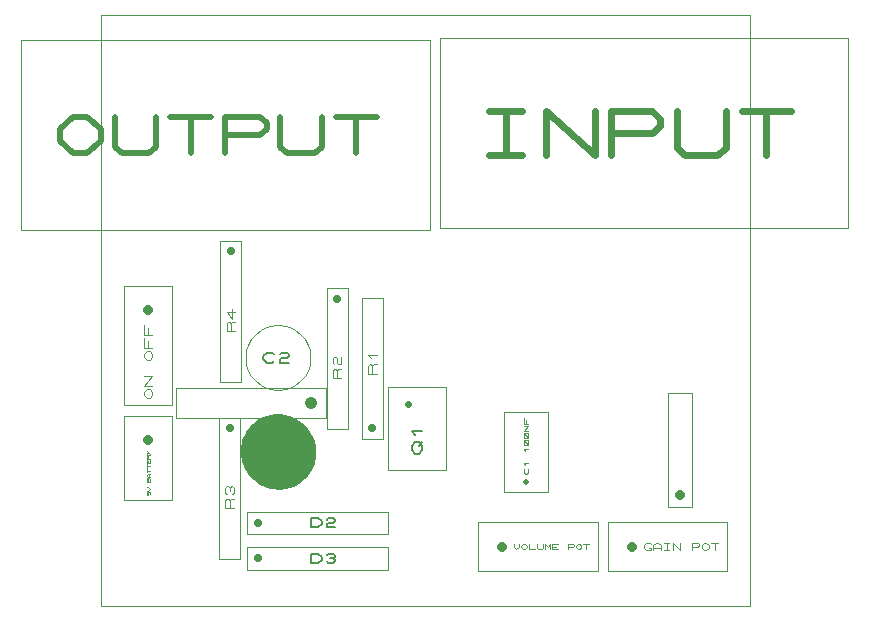
<source format=gbr>
G04 PROTEUS GERBER X2 FILE*
%TF.GenerationSoftware,Labcenter,Proteus,8.17-SP2-Build37159*%
%TF.CreationDate,2025-08-15T22:28:22+00:00*%
%TF.FileFunction,AssemblyDrawing,Top*%
%TF.FilePolarity,Positive*%
%TF.Part,Single*%
%TF.SameCoordinates,{0e15ee55-a332-4318-b2cf-7b0c010742ed}*%
%FSLAX45Y45*%
%MOMM*%
G01*
%TA.AperFunction,Profile*%
%ADD20C,0.101600*%
%TA.AperFunction,Material*%
%ADD21C,0.101600*%
%ADD34C,0.711200*%
%ADD35C,0.117340*%
%ADD36C,0.609600*%
%ADD37C,0.139700*%
%ADD38C,0.128010*%
%ADD39C,0.025400*%
%ADD40C,0.604000*%
%ADD41C,0.066040*%
%ADD42C,0.050000*%
%ADD43C,0.142830*%
%ADD44C,0.488000*%
%ADD45C,0.067520*%
%ADD46C,0.613460*%
%ADD47C,0.519270*%
%ADD48C,0.812800*%
%ADD49C,0.072990*%
%ADD50C,0.090630*%
%ADD51C,0.042990*%
%ADD52C,0.119630*%
%ADD53C,1.016000*%
%TD.AperFunction*%
%TA.AperFunction,Material*%
G36*
X+1488000Y+990000D02*
X+1472000Y+992000D01*
X+1455000Y+994000D01*
X+1439000Y+997000D01*
X+1407000Y+1005000D01*
X+1391000Y+1011000D01*
X+1376000Y+1017000D01*
X+1361000Y+1024000D01*
X+1347000Y+1032000D01*
X+1332000Y+1040000D01*
X+1319000Y+1049810D01*
X+1306000Y+1060000D01*
X+1293000Y+1071000D01*
X+1281000Y+1082000D01*
X+1269000Y+1094000D01*
X+1258000Y+1106198D01*
X+1248000Y+1119000D01*
X+1230000Y+1147000D01*
X+1222000Y+1161000D01*
X+1214000Y+1176000D01*
X+1208000Y+1191288D01*
X+1202000Y+1207000D01*
X+1197000Y+1223000D01*
X+1193000Y+1239000D01*
X+1187000Y+1271000D01*
X+1185000Y+1305000D01*
X+1185000Y+1321000D01*
X+1186000Y+1337000D01*
X+1188088Y+1354000D01*
X+1191000Y+1370000D01*
X+1194000Y+1386000D01*
X+1199000Y+1402000D01*
X+1204090Y+1417000D01*
X+1210000Y+1433000D01*
X+1217000Y+1447000D01*
X+1225000Y+1462000D01*
X+1233000Y+1476000D01*
X+1242000Y+1490000D01*
X+1252096Y+1502692D01*
X+1263000Y+1515000D01*
X+1274000Y+1527000D01*
X+1286000Y+1539000D01*
X+1298000Y+1550000D01*
X+1311000Y+1560000D01*
X+1324000Y+1569000D01*
X+1338000Y+1578000D01*
X+1353000Y+1585496D01*
X+1367000Y+1592608D01*
X+1383000Y+1599000D01*
X+1398000Y+1604000D01*
X+1414000Y+1609000D01*
X+1430000Y+1613000D01*
X+1445898Y+1616000D01*
X+1462000Y+1618000D01*
X+1479000Y+1620000D01*
X+1512000Y+1620000D01*
X+1528702Y+1618000D01*
X+1545000Y+1616000D01*
X+1562000Y+1613000D01*
X+1579000Y+1609000D01*
X+1595000Y+1604000D01*
X+1611000Y+1598000D01*
X+1626000Y+1592000D01*
X+1642000Y+1584000D01*
X+1656000Y+1576000D01*
X+1671000Y+1567000D01*
X+1685000Y+1558000D01*
X+1711000Y+1536000D01*
X+1723000Y+1524000D01*
X+1734696Y+1512000D01*
X+1745000Y+1499000D01*
X+1756000Y+1485000D01*
X+1774000Y+1457000D01*
X+1782000Y+1442000D01*
X+1789000Y+1426000D01*
X+1795000Y+1411000D01*
X+1801000Y+1395000D01*
X+1805000Y+1378000D01*
X+1809000Y+1362000D01*
X+1812000Y+1345000D01*
X+1814000Y+1328000D01*
X+1814706Y+1311000D01*
X+1815000Y+1295000D01*
X+1814000Y+1278410D01*
X+1813000Y+1262408D01*
X+1810000Y+1247000D01*
X+1807000Y+1231000D01*
X+1803000Y+1215000D01*
X+1793000Y+1185000D01*
X+1786512Y+1170206D01*
X+1779400Y+1156000D01*
X+1772000Y+1142000D01*
X+1763000Y+1128000D01*
X+1754000Y+1115088D01*
X+1744000Y+1102000D01*
X+1733000Y+1090000D01*
X+1722000Y+1079000D01*
X+1710000Y+1068000D01*
X+1698000Y+1058000D01*
X+1685000Y+1048000D01*
X+1672000Y+1038888D01*
X+1658000Y+1031000D01*
X+1644000Y+1023000D01*
X+1630000Y+1016000D01*
X+1615000Y+1010000D01*
X+1600000Y+1005000D01*
X+1584000Y+1000000D01*
X+1569000Y+997000D01*
X+1553000Y+994000D01*
X+1521000Y+990000D01*
X+1488000Y+990000D01*
G37*
%TD.AperFunction*%
D20*
X+0Y+0D02*
X+5500000Y+0D01*
X+5500000Y+5000000D01*
X+0Y+0D02*
X+0Y+5000000D01*
X+5500000Y+5000000D01*
D21*
X+1001600Y+395100D02*
X+1179400Y+395100D01*
X+1179400Y+1588900D01*
X+1001600Y+1588900D01*
X+1001600Y+395100D01*
D34*
X+1090500Y+1500000D02*
X+1090500Y+1500000D01*
D35*
X+1125704Y+824158D02*
X+1055296Y+824158D01*
X+1055296Y+890165D01*
X+1067031Y+903367D01*
X+1078765Y+903367D01*
X+1090500Y+890165D01*
X+1090500Y+824158D01*
X+1090500Y+890165D02*
X+1102235Y+903367D01*
X+1125704Y+903367D01*
X+1067031Y+942971D02*
X+1055296Y+956173D01*
X+1055296Y+995777D01*
X+1067031Y+1008979D01*
X+1078765Y+1008979D01*
X+1090500Y+995777D01*
X+1102235Y+1008979D01*
X+1113969Y+1008979D01*
X+1125704Y+995777D01*
X+1125704Y+956173D01*
X+1113969Y+942971D01*
X+1090500Y+969374D02*
X+1090500Y+995777D01*
D21*
X+1911100Y+1495100D02*
X+2088900Y+1495100D01*
X+2088900Y+2688900D01*
X+1911100Y+2688900D01*
X+1911100Y+1495100D01*
D34*
X+2000000Y+2600000D02*
X+2000000Y+2600000D01*
D35*
X+2035204Y+1924158D02*
X+1964796Y+1924158D01*
X+1964796Y+1990165D01*
X+1976531Y+2003367D01*
X+1988265Y+2003367D01*
X+2000000Y+1990165D01*
X+2000000Y+1924158D01*
X+2000000Y+1990165D02*
X+2011735Y+2003367D01*
X+2035204Y+2003367D01*
X+1976531Y+2042971D02*
X+1964796Y+2056173D01*
X+1964796Y+2095777D01*
X+1976531Y+2108979D01*
X+1988265Y+2108979D01*
X+2000000Y+2095777D01*
X+2000000Y+2056173D01*
X+2011735Y+2042971D01*
X+2035204Y+2042971D01*
X+2035204Y+2108979D01*
D21*
X+2211100Y+1411100D02*
X+2388900Y+1411100D01*
X+2388900Y+2604900D01*
X+2211100Y+2604900D01*
X+2211100Y+1411100D01*
D34*
X+2300000Y+1500000D02*
X+2300000Y+1500000D01*
D35*
X+2335204Y+1964618D02*
X+2264796Y+1964618D01*
X+2264796Y+2030625D01*
X+2276531Y+2043827D01*
X+2288265Y+2043827D01*
X+2300000Y+2030625D01*
X+2300000Y+1964618D01*
X+2300000Y+2030625D02*
X+2311735Y+2043827D01*
X+2335204Y+2043827D01*
X+2288265Y+2096633D02*
X+2264796Y+2123036D01*
X+2335204Y+2123036D01*
D21*
X+2429820Y+1152020D02*
X+2922580Y+1152020D01*
X+2922580Y+1847980D01*
X+2429820Y+1847980D01*
X+2429820Y+1152020D01*
D36*
X+2600000Y+1703200D02*
X+2600000Y+1703200D01*
D37*
X+2662230Y+1286640D02*
X+2634290Y+1318072D01*
X+2634290Y+1349505D01*
X+2662230Y+1380937D01*
X+2690170Y+1380937D01*
X+2718110Y+1349505D01*
X+2718110Y+1318072D01*
X+2690170Y+1286640D01*
X+2662230Y+1286640D01*
X+2690170Y+1349505D02*
X+2718110Y+1380937D01*
X+2662230Y+1443802D02*
X+2634290Y+1475235D01*
X+2718110Y+1475235D01*
D21*
X+1238100Y+303480D02*
X+2431900Y+303480D01*
X+2431900Y+496520D01*
X+1238100Y+496520D01*
X+1238100Y+303480D01*
D34*
X+1327000Y+400000D02*
X+1327000Y+400000D01*
D38*
X+1782017Y+361596D02*
X+1782017Y+438405D01*
X+1839623Y+438405D01*
X+1868426Y+412802D01*
X+1868426Y+387199D01*
X+1839623Y+361596D01*
X+1782017Y+361596D01*
X+1911631Y+425603D02*
X+1926033Y+438405D01*
X+1969238Y+438405D01*
X+1983639Y+425603D01*
X+1983639Y+412802D01*
X+1969238Y+400000D01*
X+1983639Y+387199D01*
X+1983639Y+374397D01*
X+1969238Y+361596D01*
X+1926033Y+361596D01*
X+1911631Y+374397D01*
X+1940434Y+400000D02*
X+1969238Y+400000D01*
D21*
X+1238100Y+603480D02*
X+2431900Y+603480D01*
X+2431900Y+796520D01*
X+1238100Y+796520D01*
X+1238100Y+603480D01*
D34*
X+1327000Y+700000D02*
X+1327000Y+700000D01*
D38*
X+1782017Y+661596D02*
X+1782017Y+738405D01*
X+1839623Y+738405D01*
X+1868426Y+712802D01*
X+1868426Y+687199D01*
X+1839623Y+661596D01*
X+1782017Y+661596D01*
X+1911631Y+725603D02*
X+1926033Y+738405D01*
X+1969238Y+738405D01*
X+1983639Y+725603D01*
X+1983639Y+712802D01*
X+1969238Y+700000D01*
X+1926033Y+700000D01*
X+1911631Y+687199D01*
X+1911631Y+661596D01*
X+1983639Y+661596D01*
D39*
X+1488000Y+990000D02*
X+1472000Y+992000D01*
X+1455000Y+994000D01*
X+1439000Y+997000D01*
X+1407000Y+1005000D01*
X+1391000Y+1011000D01*
X+1376000Y+1017000D01*
X+1361000Y+1024000D01*
X+1347000Y+1032000D01*
X+1332000Y+1040000D01*
X+1319000Y+1049810D01*
X+1306000Y+1060000D01*
X+1293000Y+1071000D01*
X+1281000Y+1082000D01*
X+1269000Y+1094000D01*
X+1258000Y+1106198D01*
X+1248000Y+1119000D01*
X+1230000Y+1147000D01*
X+1222000Y+1161000D01*
X+1214000Y+1176000D01*
X+1208000Y+1191288D01*
X+1202000Y+1207000D01*
X+1197000Y+1223000D01*
X+1193000Y+1239000D01*
X+1187000Y+1271000D01*
X+1185000Y+1305000D01*
X+1185000Y+1321000D01*
X+1186000Y+1337000D01*
X+1188088Y+1354000D01*
X+1191000Y+1370000D01*
X+1194000Y+1386000D01*
X+1199000Y+1402000D01*
X+1204090Y+1417000D01*
X+1210000Y+1433000D01*
X+1217000Y+1447000D01*
X+1225000Y+1462000D01*
X+1233000Y+1476000D01*
X+1242000Y+1490000D01*
X+1252096Y+1502692D01*
X+1263000Y+1515000D01*
X+1274000Y+1527000D01*
X+1286000Y+1539000D01*
X+1298000Y+1550000D01*
X+1311000Y+1560000D01*
X+1324000Y+1569000D01*
X+1338000Y+1578000D01*
X+1353000Y+1585496D01*
X+1367000Y+1592608D01*
X+1383000Y+1599000D01*
X+1398000Y+1604000D01*
X+1414000Y+1609000D01*
X+1430000Y+1613000D01*
X+1445898Y+1616000D01*
X+1462000Y+1618000D01*
X+1479000Y+1620000D01*
X+1512000Y+1620000D01*
X+1528702Y+1618000D01*
X+1545000Y+1616000D01*
X+1562000Y+1613000D01*
X+1579000Y+1609000D01*
X+1595000Y+1604000D01*
X+1611000Y+1598000D01*
X+1626000Y+1592000D01*
X+1642000Y+1584000D01*
X+1656000Y+1576000D01*
X+1671000Y+1567000D01*
X+1685000Y+1558000D01*
X+1711000Y+1536000D01*
X+1723000Y+1524000D01*
X+1734696Y+1512000D01*
X+1745000Y+1499000D01*
X+1756000Y+1485000D01*
X+1774000Y+1457000D01*
X+1782000Y+1442000D01*
X+1789000Y+1426000D01*
X+1795000Y+1411000D01*
X+1801000Y+1395000D01*
X+1805000Y+1378000D01*
X+1809000Y+1362000D01*
X+1812000Y+1345000D01*
X+1814000Y+1328000D01*
X+1814706Y+1311000D01*
X+1815000Y+1295000D01*
X+1814000Y+1278410D01*
X+1813000Y+1262408D01*
X+1810000Y+1247000D01*
X+1807000Y+1231000D01*
X+1803000Y+1215000D01*
X+1793000Y+1185000D01*
X+1786512Y+1170206D01*
X+1779400Y+1156000D01*
X+1772000Y+1142000D01*
X+1763000Y+1128000D01*
X+1754000Y+1115088D01*
X+1744000Y+1102000D01*
X+1733000Y+1090000D01*
X+1722000Y+1079000D01*
X+1710000Y+1068000D01*
X+1698000Y+1058000D01*
X+1685000Y+1048000D01*
X+1672000Y+1038888D01*
X+1658000Y+1031000D01*
X+1644000Y+1023000D01*
X+1630000Y+1016000D01*
X+1615000Y+1010000D01*
X+1600000Y+1005000D01*
X+1584000Y+1000000D01*
X+1569000Y+997000D01*
X+1553000Y+994000D01*
X+1521000Y+990000D01*
X+1488000Y+990000D01*
D40*
X+1500000Y+1173000D02*
X+1500000Y+1173000D01*
D41*
X+1232525Y+1392421D02*
X+1232525Y+1432048D01*
X+1269674Y+1432048D01*
X+1277104Y+1425443D01*
X+1277104Y+1418839D01*
X+1269674Y+1412235D01*
X+1232525Y+1412235D01*
X+1291964Y+1418839D02*
X+1306823Y+1432048D01*
X+1321683Y+1432048D01*
X+1336543Y+1418839D01*
X+1336543Y+1405630D01*
X+1321683Y+1392421D01*
X+1306823Y+1392421D01*
X+1291964Y+1405630D01*
X+1291964Y+1418839D01*
X+1351403Y+1432048D02*
X+1351403Y+1392421D01*
X+1373692Y+1412235D01*
X+1395982Y+1392421D01*
X+1395982Y+1432048D01*
X+1455421Y+1392421D02*
X+1410842Y+1392421D01*
X+1410842Y+1432048D01*
X+1455421Y+1432048D01*
X+1410842Y+1412235D02*
X+1440561Y+1412235D01*
X+1470281Y+1392421D02*
X+1470281Y+1432048D01*
X+1507430Y+1432048D01*
X+1514860Y+1425443D01*
X+1514860Y+1418839D01*
X+1507430Y+1412235D01*
X+1470281Y+1412235D01*
X+1507430Y+1412235D02*
X+1514860Y+1405630D01*
X+1514860Y+1392421D01*
X+1589159Y+1432048D02*
X+1589159Y+1392421D01*
X+1633738Y+1392421D01*
X+1693177Y+1392421D02*
X+1648598Y+1392421D01*
X+1648598Y+1432048D01*
X+1693177Y+1432048D01*
X+1648598Y+1412235D02*
X+1678317Y+1412235D01*
X+1708037Y+1392421D02*
X+1708037Y+1432048D01*
X+1737756Y+1432048D01*
X+1752616Y+1418839D01*
X+1752616Y+1405630D01*
X+1737756Y+1392421D01*
X+1708037Y+1392421D01*
D42*
X+1775000Y+2100000D02*
X+1774109Y+2122117D01*
X+1766875Y+2166353D01*
X+1751784Y+2210589D01*
X+1727276Y+2254825D01*
X+1689848Y+2298954D01*
X+1645612Y+2333286D01*
X+1601376Y+2355632D01*
X+1557140Y+2368998D01*
X+1512904Y+2374697D01*
X+1500000Y+2375000D01*
X+1225000Y+2100000D02*
X+1225891Y+2122117D01*
X+1233125Y+2166353D01*
X+1248216Y+2210589D01*
X+1272724Y+2254825D01*
X+1310152Y+2298954D01*
X+1354388Y+2333286D01*
X+1398624Y+2355632D01*
X+1442860Y+2368998D01*
X+1487096Y+2374697D01*
X+1500000Y+2375000D01*
X+1225000Y+2100000D02*
X+1225891Y+2077883D01*
X+1233125Y+2033647D01*
X+1248216Y+1989411D01*
X+1272724Y+1945175D01*
X+1310152Y+1901046D01*
X+1354388Y+1866714D01*
X+1398624Y+1844368D01*
X+1442860Y+1831002D01*
X+1487096Y+1825303D01*
X+1500000Y+1825000D01*
X+1775000Y+2100000D02*
X+1774109Y+2077883D01*
X+1766875Y+2033647D01*
X+1751784Y+1989411D01*
X+1727276Y+1945175D01*
X+1689848Y+1901046D01*
X+1645612Y+1866714D01*
X+1601376Y+1844368D01*
X+1557140Y+1831002D01*
X+1512904Y+1825303D01*
X+1500000Y+1825000D01*
D43*
X+1467862Y+2071433D02*
X+1451793Y+2057149D01*
X+1403587Y+2057149D01*
X+1371450Y+2085716D01*
X+1371450Y+2114283D01*
X+1403587Y+2142850D01*
X+1451793Y+2142850D01*
X+1467862Y+2128566D01*
X+1516068Y+2128566D02*
X+1532137Y+2142850D01*
X+1580343Y+2142850D01*
X+1596412Y+2128566D01*
X+1596412Y+2114283D01*
X+1580343Y+2100000D01*
X+1532137Y+2100000D01*
X+1516068Y+2085716D01*
X+1516068Y+2057149D01*
X+1596412Y+2057149D01*
D42*
X+3416000Y+960000D02*
X+3784000Y+960000D01*
X+3784000Y+1640000D01*
X+3416000Y+1640000D01*
X+3416000Y+960000D01*
D44*
X+3600000Y+1046000D02*
X+3600000Y+1046000D01*
D45*
X+3613504Y+1158954D02*
X+3620256Y+1151358D01*
X+3620256Y+1128570D01*
X+3606752Y+1113378D01*
X+3593248Y+1113378D01*
X+3579744Y+1128570D01*
X+3579744Y+1151358D01*
X+3586496Y+1158954D01*
X+3593248Y+1189338D02*
X+3579744Y+1204530D01*
X+3620256Y+1204530D01*
X+3593248Y+1310874D02*
X+3579744Y+1326066D01*
X+3620256Y+1326066D01*
X+3613504Y+1356450D02*
X+3586496Y+1356450D01*
X+3579744Y+1364046D01*
X+3579744Y+1394430D01*
X+3586496Y+1402026D01*
X+3613504Y+1402026D01*
X+3620256Y+1394430D01*
X+3620256Y+1364046D01*
X+3613504Y+1356450D01*
X+3620256Y+1356450D02*
X+3579744Y+1402026D01*
X+3613504Y+1417218D02*
X+3586496Y+1417218D01*
X+3579744Y+1424814D01*
X+3579744Y+1455198D01*
X+3586496Y+1462794D01*
X+3613504Y+1462794D01*
X+3620256Y+1455198D01*
X+3620256Y+1424814D01*
X+3613504Y+1417218D01*
X+3620256Y+1417218D02*
X+3579744Y+1462794D01*
X+3620256Y+1477986D02*
X+3579744Y+1477986D01*
X+3620256Y+1523562D01*
X+3579744Y+1523562D01*
X+3620256Y+1538754D02*
X+3579744Y+1538754D01*
X+3579744Y+1584330D01*
X+3600000Y+1538754D02*
X+3600000Y+1569138D01*
D42*
X+2870006Y+4806000D02*
X+6329000Y+4806000D01*
X+6329000Y+3194000D01*
X+2870006Y+3194000D01*
X+2870006Y+4806000D01*
D46*
X+3288230Y+4184038D02*
X+3564287Y+4184038D01*
X+3426259Y+4184038D02*
X+3426259Y+3815961D01*
X+3288230Y+3815961D02*
X+3564287Y+3815961D01*
X+3771331Y+3815961D02*
X+3771331Y+4184038D01*
X+4185417Y+3815961D01*
X+4185417Y+4184038D01*
X+4323446Y+3815961D02*
X+4323446Y+4184038D01*
X+4668517Y+4184038D01*
X+4737532Y+4122692D01*
X+4737532Y+4061346D01*
X+4668517Y+4000000D01*
X+4323446Y+4000000D01*
X+4875561Y+4184038D02*
X+4875561Y+3877307D01*
X+4944575Y+3815961D01*
X+5220632Y+3815961D01*
X+5289647Y+3877307D01*
X+5289647Y+4184038D01*
X+5427676Y+4184038D02*
X+5841762Y+4184038D01*
X+5634719Y+4184038D02*
X+5634719Y+3815961D01*
D42*
X+2782994Y+3178000D02*
X-676000Y+3178000D01*
X-676000Y+4790000D01*
X+2782994Y+4790000D01*
X+2782994Y+3178000D01*
D47*
X-348532Y+4035927D02*
X-231697Y+4139781D01*
X-114861Y+4139781D01*
X+1975Y+4035927D01*
X+1975Y+3932073D01*
X-114861Y+3828219D01*
X-231697Y+3828219D01*
X-348532Y+3932073D01*
X-348532Y+4035927D01*
X+118811Y+4139781D02*
X+118811Y+3880146D01*
X+177228Y+3828219D01*
X+410900Y+3828219D01*
X+469318Y+3880146D01*
X+469318Y+4139781D01*
X+586154Y+4139781D02*
X+936661Y+4139781D01*
X+761407Y+4139781D02*
X+761407Y+3828219D01*
X+1053497Y+3828219D02*
X+1053497Y+4139781D01*
X+1345586Y+4139781D01*
X+1404004Y+4087854D01*
X+1404004Y+4035927D01*
X+1345586Y+3984000D01*
X+1053497Y+3984000D01*
X+1520840Y+4139781D02*
X+1520840Y+3880146D01*
X+1579257Y+3828219D01*
X+1812929Y+3828219D01*
X+1871347Y+3880146D01*
X+1871347Y+4139781D01*
X+1988183Y+4139781D02*
X+2338690Y+4139781D01*
X+2163436Y+4139781D02*
X+2163436Y+3828219D01*
D21*
X+3194920Y+294920D02*
X+4205080Y+294920D01*
X+4205080Y+705080D01*
X+3194920Y+705080D01*
X+3194920Y+294920D01*
D48*
X+3400000Y+500000D02*
X+3400000Y+500000D01*
D49*
X+3494390Y+521898D02*
X+3494390Y+500000D01*
X+3519025Y+478101D01*
X+3543660Y+500000D01*
X+3543660Y+521898D01*
X+3560084Y+507299D02*
X+3576507Y+521898D01*
X+3592931Y+521898D01*
X+3609354Y+507299D01*
X+3609354Y+492700D01*
X+3592931Y+478101D01*
X+3576507Y+478101D01*
X+3560084Y+492700D01*
X+3560084Y+507299D01*
X+3625778Y+521898D02*
X+3625778Y+478101D01*
X+3675048Y+478101D01*
X+3691472Y+521898D02*
X+3691472Y+485401D01*
X+3699683Y+478101D01*
X+3732530Y+478101D01*
X+3740742Y+485401D01*
X+3740742Y+521898D01*
X+3757166Y+478101D02*
X+3757166Y+521898D01*
X+3781801Y+500000D01*
X+3806436Y+521898D01*
X+3806436Y+478101D01*
X+3872130Y+478101D02*
X+3822860Y+478101D01*
X+3822860Y+521898D01*
X+3872130Y+521898D01*
X+3822860Y+500000D02*
X+3855707Y+500000D01*
X+3954248Y+478101D02*
X+3954248Y+521898D01*
X+3995306Y+521898D01*
X+4003518Y+514598D01*
X+4003518Y+507299D01*
X+3995306Y+500000D01*
X+3954248Y+500000D01*
X+4019942Y+507299D02*
X+4036365Y+521898D01*
X+4052789Y+521898D01*
X+4069212Y+507299D01*
X+4069212Y+492700D01*
X+4052789Y+478101D01*
X+4036365Y+478101D01*
X+4019942Y+492700D01*
X+4019942Y+507299D01*
X+4085636Y+521898D02*
X+4134906Y+521898D01*
X+4110271Y+521898D02*
X+4110271Y+478101D01*
D21*
X+4294920Y+294920D02*
X+5305080Y+294920D01*
X+5305080Y+705080D01*
X+4294920Y+705080D01*
X+4294920Y+294920D01*
D48*
X+4500000Y+500000D02*
X+4500000Y+500000D01*
D50*
X+4637361Y+490937D02*
X+4657754Y+490937D01*
X+4657754Y+472810D01*
X+4616968Y+472810D01*
X+4596576Y+490937D01*
X+4596576Y+509064D01*
X+4616968Y+527191D01*
X+4647557Y+527191D01*
X+4657754Y+518127D01*
X+4678147Y+472810D02*
X+4678147Y+509064D01*
X+4698539Y+527191D01*
X+4718932Y+527191D01*
X+4739325Y+509064D01*
X+4739325Y+472810D01*
X+4678147Y+490937D02*
X+4739325Y+490937D01*
X+4769914Y+527191D02*
X+4810699Y+527191D01*
X+4790307Y+527191D02*
X+4790307Y+472810D01*
X+4769914Y+472810D02*
X+4810699Y+472810D01*
X+4841289Y+472810D02*
X+4841289Y+527191D01*
X+4902467Y+472810D01*
X+4902467Y+527191D01*
X+5004431Y+472810D02*
X+5004431Y+527191D01*
X+5055412Y+527191D01*
X+5065609Y+518127D01*
X+5065609Y+509064D01*
X+5055412Y+500000D01*
X+5004431Y+500000D01*
X+5086002Y+509064D02*
X+5106394Y+527191D01*
X+5126787Y+527191D01*
X+5147180Y+509064D01*
X+5147180Y+490937D01*
X+5126787Y+472810D01*
X+5106394Y+472810D01*
X+5086002Y+490937D01*
X+5086002Y+509064D01*
X+5167573Y+527191D02*
X+5228751Y+527191D01*
X+5198162Y+527191D02*
X+5198162Y+472810D01*
D21*
X+4798400Y+836400D02*
X+5001600Y+836400D01*
X+5001600Y+1801600D01*
X+4798400Y+1801600D01*
X+4798400Y+836400D01*
D48*
X+4900000Y+938000D02*
X+4900000Y+938000D01*
D21*
X+1011100Y+1895100D02*
X+1188900Y+1895100D01*
X+1188900Y+3088900D01*
X+1011100Y+3088900D01*
X+1011100Y+1895100D01*
D34*
X+1100000Y+3000000D02*
X+1100000Y+3000000D01*
D35*
X+1135204Y+2324158D02*
X+1064796Y+2324158D01*
X+1064796Y+2390165D01*
X+1076531Y+2403367D01*
X+1088265Y+2403367D01*
X+1100000Y+2390165D01*
X+1100000Y+2324158D01*
X+1100000Y+2390165D02*
X+1111735Y+2403367D01*
X+1135204Y+2403367D01*
X+1111735Y+2508979D02*
X+1111735Y+2429770D01*
X+1064796Y+2482576D01*
X+1135204Y+2482576D01*
D21*
X+194920Y+894920D02*
X+605080Y+894920D01*
X+605080Y+1605080D01*
X+194920Y+1605080D01*
X+194920Y+894920D01*
D48*
X+400000Y+1400000D02*
X+400000Y+1400000D01*
D51*
X+395701Y+962690D02*
X+400000Y+957853D01*
X+400000Y+943343D01*
X+395701Y+938506D01*
X+391402Y+938506D01*
X+387102Y+943343D01*
X+387102Y+957853D01*
X+391402Y+962690D01*
X+408599Y+962690D01*
X+412899Y+957853D01*
X+412899Y+943343D01*
X+387102Y+972364D02*
X+400000Y+972364D01*
X+412899Y+986874D01*
X+400000Y+1001384D01*
X+387102Y+1001384D01*
X+412899Y+1049752D02*
X+387102Y+1049752D01*
X+387102Y+1073935D01*
X+391402Y+1078772D01*
X+395701Y+1078772D01*
X+400000Y+1073935D01*
X+404300Y+1078772D01*
X+408599Y+1078772D01*
X+412899Y+1073935D01*
X+412899Y+1049752D01*
X+400000Y+1049752D02*
X+400000Y+1073935D01*
X+412899Y+1088446D02*
X+395701Y+1088446D01*
X+387102Y+1098119D01*
X+387102Y+1107793D01*
X+395701Y+1117466D01*
X+412899Y+1117466D01*
X+404300Y+1088446D02*
X+404300Y+1117466D01*
X+387102Y+1127140D02*
X+387102Y+1156160D01*
X+387102Y+1141650D02*
X+412899Y+1141650D01*
X+387102Y+1165834D02*
X+387102Y+1194854D01*
X+387102Y+1180344D02*
X+412899Y+1180344D01*
X+412899Y+1233548D02*
X+412899Y+1204528D01*
X+387102Y+1204528D01*
X+387102Y+1233548D01*
X+400000Y+1204528D02*
X+400000Y+1223875D01*
X+412899Y+1243222D02*
X+387102Y+1243222D01*
X+387102Y+1267405D01*
X+391402Y+1272242D01*
X+395701Y+1272242D01*
X+400000Y+1267405D01*
X+400000Y+1243222D01*
X+400000Y+1267405D02*
X+404300Y+1272242D01*
X+412899Y+1272242D01*
X+387102Y+1310936D02*
X+412899Y+1281916D01*
X+387102Y+1281916D02*
X+400000Y+1296426D01*
D21*
X+194920Y+1694920D02*
X+605080Y+1694920D01*
X+605080Y+2705080D01*
X+194920Y+2705080D01*
X+194920Y+1694920D01*
D48*
X+400000Y+2500000D02*
X+400000Y+2500000D01*
D52*
X+388037Y+1754139D02*
X+364111Y+1781055D01*
X+364111Y+1807972D01*
X+388037Y+1834889D01*
X+411963Y+1834889D01*
X+435889Y+1807972D01*
X+435889Y+1781055D01*
X+411963Y+1754139D01*
X+388037Y+1754139D01*
X+435889Y+1861806D02*
X+364111Y+1861806D01*
X+435889Y+1942556D01*
X+364111Y+1942556D01*
X+388037Y+2077140D02*
X+364111Y+2104056D01*
X+364111Y+2130973D01*
X+388037Y+2157890D01*
X+411963Y+2157890D01*
X+435889Y+2130973D01*
X+435889Y+2104056D01*
X+411963Y+2077140D01*
X+388037Y+2077140D01*
X+435889Y+2184807D02*
X+364111Y+2184807D01*
X+364111Y+2265557D01*
X+400000Y+2184807D02*
X+400000Y+2238640D01*
X+435889Y+2292474D02*
X+364111Y+2292474D01*
X+364111Y+2373224D01*
X+400000Y+2292474D02*
X+400000Y+2346307D01*
D21*
X+635000Y+1587500D02*
X+1905000Y+1587500D01*
X+1905000Y+1841500D01*
X+635000Y+1841500D01*
X+635000Y+1587500D01*
D53*
X+1778000Y+1714500D02*
X+1778000Y+1714500D01*
M02*

</source>
